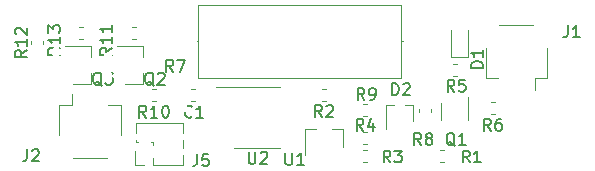
<source format=gbr>
%TF.GenerationSoftware,KiCad,Pcbnew,(5.1.10-1-10_14)*%
%TF.CreationDate,2023-04-11T22:44:58+12:00*%
%TF.ProjectId,BMSladder,424d536c-6164-4646-9572-2e6b69636164,rev?*%
%TF.SameCoordinates,Original*%
%TF.FileFunction,Legend,Top*%
%TF.FilePolarity,Positive*%
%FSLAX46Y46*%
G04 Gerber Fmt 4.6, Leading zero omitted, Abs format (unit mm)*
G04 Created by KiCad (PCBNEW (5.1.10-1-10_14)) date 2023-04-11 22:44:58*
%MOMM*%
%LPD*%
G01*
G04 APERTURE LIST*
%ADD10C,0.120000*%
%ADD11C,0.150000*%
%ADD12C,0.300000*%
%ADD13O,1.200000X1.750000*%
%ADD14O,1.000000X1.000000*%
%ADD15R,1.000000X1.000000*%
%ADD16O,2.400000X2.400000*%
%ADD17C,2.400000*%
%ADD18O,2.500000X5.000000*%
%ADD19R,0.800000X0.900000*%
%ADD20R,0.900000X0.800000*%
%ADD21R,0.400000X0.650000*%
%ADD22R,0.450000X0.700000*%
%ADD23C,0.800000*%
G04 APERTURE END LIST*
D10*
%TO.C,J2*%
X23990000Y-29415000D02*
X23990000Y-26915000D01*
X23990000Y-26915000D02*
X25040000Y-26915000D01*
X25040000Y-26915000D02*
X25040000Y-25925000D01*
X29210000Y-29415000D02*
X29210000Y-26915000D01*
X29210000Y-26915000D02*
X28160000Y-26915000D01*
X25160000Y-31385000D02*
X28040000Y-31385000D01*
%TO.C,J1*%
X65310000Y-22085000D02*
X65310000Y-24585000D01*
X65310000Y-24585000D02*
X64260000Y-24585000D01*
X64260000Y-24585000D02*
X64260000Y-25575000D01*
X60090000Y-22085000D02*
X60090000Y-24585000D01*
X60090000Y-24585000D02*
X61140000Y-24585000D01*
X64140000Y-20115000D02*
X61260000Y-20115000D01*
%TO.C,D1*%
X57165000Y-20500000D02*
X57165000Y-22785000D01*
X57165000Y-22785000D02*
X58635000Y-22785000D01*
X58635000Y-22785000D02*
X58635000Y-20500000D01*
%TO.C,R3*%
X50062779Y-31710000D02*
X49737221Y-31710000D01*
X50062779Y-30690000D02*
X49737221Y-30690000D01*
%TO.C,U2*%
X40700000Y-30510000D02*
X42650000Y-30510000D01*
X40700000Y-30510000D02*
X38750000Y-30510000D01*
X40700000Y-25390000D02*
X42650000Y-25390000D01*
X40700000Y-25390000D02*
X37250000Y-25390000D01*
%TO.C,J5*%
X30440000Y-31930000D02*
X30440000Y-30800000D01*
X31200000Y-31930000D02*
X30440000Y-31930000D01*
X30505000Y-29222470D02*
X30505000Y-28400000D01*
X30505000Y-30040000D02*
X30505000Y-29837530D01*
X30636529Y-30040000D02*
X30505000Y-30040000D01*
X31906529Y-30040000D02*
X31763471Y-30040000D01*
X31960000Y-30236529D02*
X31960000Y-30093471D01*
X31960000Y-31930000D02*
X31960000Y-31363471D01*
X30505000Y-28400000D02*
X34435000Y-28400000D01*
X31960000Y-31930000D02*
X34435000Y-31930000D01*
X34435000Y-30492470D02*
X34435000Y-29837530D01*
X34435000Y-29222470D02*
X34435000Y-28400000D01*
X34435000Y-31930000D02*
X34435000Y-31107530D01*
%TO.C,R7*%
X52960000Y-24620000D02*
X52960000Y-18380000D01*
X52960000Y-18380000D02*
X35720000Y-18380000D01*
X35720000Y-18380000D02*
X35720000Y-24620000D01*
X35720000Y-24620000D02*
X52960000Y-24620000D01*
X53060000Y-21500000D02*
X52960000Y-21500000D01*
X35620000Y-21500000D02*
X35720000Y-21500000D01*
%TO.C,U1*%
X47980000Y-28940000D02*
X47050000Y-28940000D01*
X44820000Y-28940000D02*
X45750000Y-28940000D01*
X44820000Y-28940000D02*
X44820000Y-31100000D01*
X47980000Y-28940000D02*
X47980000Y-30400000D01*
%TO.C,R13*%
X25637221Y-20290000D02*
X25962779Y-20290000D01*
X25637221Y-21310000D02*
X25962779Y-21310000D01*
%TO.C,R12*%
X21590000Y-21762779D02*
X21590000Y-21437221D01*
X22610000Y-21762779D02*
X22610000Y-21437221D01*
%TO.C,R11*%
X30462779Y-21310000D02*
X30137221Y-21310000D01*
X30462779Y-20290000D02*
X30137221Y-20290000D01*
%TO.C,R10*%
X32162779Y-26510000D02*
X31837221Y-26510000D01*
X32162779Y-25490000D02*
X31837221Y-25490000D01*
%TO.C,R9*%
X50062779Y-27810000D02*
X49737221Y-27810000D01*
X50062779Y-26790000D02*
X49737221Y-26790000D01*
%TO.C,R8*%
X55460000Y-27187221D02*
X55460000Y-27512779D01*
X54440000Y-27187221D02*
X54440000Y-27512779D01*
%TO.C,R6*%
X60537221Y-26590000D02*
X60862779Y-26590000D01*
X60537221Y-27610000D02*
X60862779Y-27610000D01*
%TO.C,R5*%
X57349721Y-23390000D02*
X57675279Y-23390000D01*
X57349721Y-24410000D02*
X57675279Y-24410000D01*
%TO.C,R4*%
X49737221Y-29190000D02*
X50062779Y-29190000D01*
X49737221Y-30210000D02*
X50062779Y-30210000D01*
%TO.C,R2*%
X46562779Y-26510000D02*
X46237221Y-26510000D01*
X46562779Y-25490000D02*
X46237221Y-25490000D01*
%TO.C,R1*%
X56562779Y-31710000D02*
X56237221Y-31710000D01*
X56562779Y-30690000D02*
X56237221Y-30690000D01*
%TO.C,Q3*%
X26660000Y-25080000D02*
X26660000Y-24150000D01*
X26660000Y-21920000D02*
X26660000Y-22850000D01*
X26660000Y-21920000D02*
X24500000Y-21920000D01*
X26660000Y-25080000D02*
X25200000Y-25080000D01*
%TO.C,Q2*%
X31060000Y-25080000D02*
X31060000Y-24150000D01*
X31060000Y-21920000D02*
X31060000Y-22850000D01*
X31060000Y-21920000D02*
X28900000Y-21920000D01*
X31060000Y-25080000D02*
X29600000Y-25080000D01*
%TO.C,Q1*%
X58610000Y-28150000D02*
X58610000Y-26250000D01*
X56290000Y-26750000D02*
X56290000Y-28150000D01*
%TO.C,D2*%
X53300000Y-26870000D02*
X53960000Y-26870000D01*
X51640000Y-26870000D02*
X52300000Y-26870000D01*
X51640000Y-26870000D02*
X51640000Y-28900000D01*
X53960000Y-28280000D02*
X53960000Y-26870000D01*
%TO.C,C1*%
X35462779Y-26510000D02*
X35137221Y-26510000D01*
X35462779Y-25490000D02*
X35137221Y-25490000D01*
%TO.C,J2*%
D11*
X21266666Y-30652380D02*
X21266666Y-31366666D01*
X21219047Y-31509523D01*
X21123809Y-31604761D01*
X20980952Y-31652380D01*
X20885714Y-31652380D01*
X21695238Y-30747619D02*
X21742857Y-30700000D01*
X21838095Y-30652380D01*
X22076190Y-30652380D01*
X22171428Y-30700000D01*
X22219047Y-30747619D01*
X22266666Y-30842857D01*
X22266666Y-30938095D01*
X22219047Y-31080952D01*
X21647619Y-31652380D01*
X22266666Y-31652380D01*
%TO.C,J1*%
X67066666Y-20152380D02*
X67066666Y-20866666D01*
X67019047Y-21009523D01*
X66923809Y-21104761D01*
X66780952Y-21152380D01*
X66685714Y-21152380D01*
X68066666Y-21152380D02*
X67495238Y-21152380D01*
X67780952Y-21152380D02*
X67780952Y-20152380D01*
X67685714Y-20295238D01*
X67590476Y-20390476D01*
X67495238Y-20438095D01*
%TO.C,D1*%
X59852380Y-23738095D02*
X58852380Y-23738095D01*
X58852380Y-23500000D01*
X58900000Y-23357142D01*
X58995238Y-23261904D01*
X59090476Y-23214285D01*
X59280952Y-23166666D01*
X59423809Y-23166666D01*
X59614285Y-23214285D01*
X59709523Y-23261904D01*
X59804761Y-23357142D01*
X59852380Y-23500000D01*
X59852380Y-23738095D01*
X59852380Y-22214285D02*
X59852380Y-22785714D01*
X59852380Y-22500000D02*
X58852380Y-22500000D01*
X58995238Y-22595238D01*
X59090476Y-22690476D01*
X59138095Y-22785714D01*
%TO.C,R3*%
X52033333Y-31752380D02*
X51700000Y-31276190D01*
X51461904Y-31752380D02*
X51461904Y-30752380D01*
X51842857Y-30752380D01*
X51938095Y-30800000D01*
X51985714Y-30847619D01*
X52033333Y-30942857D01*
X52033333Y-31085714D01*
X51985714Y-31180952D01*
X51938095Y-31228571D01*
X51842857Y-31276190D01*
X51461904Y-31276190D01*
X52366666Y-30752380D02*
X52985714Y-30752380D01*
X52652380Y-31133333D01*
X52795238Y-31133333D01*
X52890476Y-31180952D01*
X52938095Y-31228571D01*
X52985714Y-31323809D01*
X52985714Y-31561904D01*
X52938095Y-31657142D01*
X52890476Y-31704761D01*
X52795238Y-31752380D01*
X52509523Y-31752380D01*
X52414285Y-31704761D01*
X52366666Y-31657142D01*
%TO.C,U2*%
X40038095Y-30852380D02*
X40038095Y-31661904D01*
X40085714Y-31757142D01*
X40133333Y-31804761D01*
X40228571Y-31852380D01*
X40419047Y-31852380D01*
X40514285Y-31804761D01*
X40561904Y-31757142D01*
X40609523Y-31661904D01*
X40609523Y-30852380D01*
X41038095Y-30947619D02*
X41085714Y-30900000D01*
X41180952Y-30852380D01*
X41419047Y-30852380D01*
X41514285Y-30900000D01*
X41561904Y-30947619D01*
X41609523Y-31042857D01*
X41609523Y-31138095D01*
X41561904Y-31280952D01*
X40990476Y-31852380D01*
X41609523Y-31852380D01*
%TO.C,J5*%
X35666666Y-31052380D02*
X35666666Y-31766666D01*
X35619047Y-31909523D01*
X35523809Y-32004761D01*
X35380952Y-32052380D01*
X35285714Y-32052380D01*
X36619047Y-31052380D02*
X36142857Y-31052380D01*
X36095238Y-31528571D01*
X36142857Y-31480952D01*
X36238095Y-31433333D01*
X36476190Y-31433333D01*
X36571428Y-31480952D01*
X36619047Y-31528571D01*
X36666666Y-31623809D01*
X36666666Y-31861904D01*
X36619047Y-31957142D01*
X36571428Y-32004761D01*
X36476190Y-32052380D01*
X36238095Y-32052380D01*
X36142857Y-32004761D01*
X36095238Y-31957142D01*
%TO.C,R7*%
X33633333Y-24052380D02*
X33300000Y-23576190D01*
X33061904Y-24052380D02*
X33061904Y-23052380D01*
X33442857Y-23052380D01*
X33538095Y-23100000D01*
X33585714Y-23147619D01*
X33633333Y-23242857D01*
X33633333Y-23385714D01*
X33585714Y-23480952D01*
X33538095Y-23528571D01*
X33442857Y-23576190D01*
X33061904Y-23576190D01*
X33966666Y-23052380D02*
X34633333Y-23052380D01*
X34204761Y-24052380D01*
%TO.C,U1*%
X43138095Y-30952380D02*
X43138095Y-31761904D01*
X43185714Y-31857142D01*
X43233333Y-31904761D01*
X43328571Y-31952380D01*
X43519047Y-31952380D01*
X43614285Y-31904761D01*
X43661904Y-31857142D01*
X43709523Y-31761904D01*
X43709523Y-30952380D01*
X44709523Y-31952380D02*
X44138095Y-31952380D01*
X44423809Y-31952380D02*
X44423809Y-30952380D01*
X44328571Y-31095238D01*
X44233333Y-31190476D01*
X44138095Y-31238095D01*
%TO.C,R13*%
X24052380Y-22042857D02*
X23576190Y-22376190D01*
X24052380Y-22614285D02*
X23052380Y-22614285D01*
X23052380Y-22233333D01*
X23100000Y-22138095D01*
X23147619Y-22090476D01*
X23242857Y-22042857D01*
X23385714Y-22042857D01*
X23480952Y-22090476D01*
X23528571Y-22138095D01*
X23576190Y-22233333D01*
X23576190Y-22614285D01*
X24052380Y-21090476D02*
X24052380Y-21661904D01*
X24052380Y-21376190D02*
X23052380Y-21376190D01*
X23195238Y-21471428D01*
X23290476Y-21566666D01*
X23338095Y-21661904D01*
X23052380Y-20757142D02*
X23052380Y-20138095D01*
X23433333Y-20471428D01*
X23433333Y-20328571D01*
X23480952Y-20233333D01*
X23528571Y-20185714D01*
X23623809Y-20138095D01*
X23861904Y-20138095D01*
X23957142Y-20185714D01*
X24004761Y-20233333D01*
X24052380Y-20328571D01*
X24052380Y-20614285D01*
X24004761Y-20709523D01*
X23957142Y-20757142D01*
%TO.C,R12*%
X21252380Y-22242857D02*
X20776190Y-22576190D01*
X21252380Y-22814285D02*
X20252380Y-22814285D01*
X20252380Y-22433333D01*
X20300000Y-22338095D01*
X20347619Y-22290476D01*
X20442857Y-22242857D01*
X20585714Y-22242857D01*
X20680952Y-22290476D01*
X20728571Y-22338095D01*
X20776190Y-22433333D01*
X20776190Y-22814285D01*
X21252380Y-21290476D02*
X21252380Y-21861904D01*
X21252380Y-21576190D02*
X20252380Y-21576190D01*
X20395238Y-21671428D01*
X20490476Y-21766666D01*
X20538095Y-21861904D01*
X20347619Y-20909523D02*
X20300000Y-20861904D01*
X20252380Y-20766666D01*
X20252380Y-20528571D01*
X20300000Y-20433333D01*
X20347619Y-20385714D01*
X20442857Y-20338095D01*
X20538095Y-20338095D01*
X20680952Y-20385714D01*
X21252380Y-20957142D01*
X21252380Y-20338095D01*
%TO.C,R11*%
X28452380Y-22042857D02*
X27976190Y-22376190D01*
X28452380Y-22614285D02*
X27452380Y-22614285D01*
X27452380Y-22233333D01*
X27500000Y-22138095D01*
X27547619Y-22090476D01*
X27642857Y-22042857D01*
X27785714Y-22042857D01*
X27880952Y-22090476D01*
X27928571Y-22138095D01*
X27976190Y-22233333D01*
X27976190Y-22614285D01*
X28452380Y-21090476D02*
X28452380Y-21661904D01*
X28452380Y-21376190D02*
X27452380Y-21376190D01*
X27595238Y-21471428D01*
X27690476Y-21566666D01*
X27738095Y-21661904D01*
X28452380Y-20138095D02*
X28452380Y-20709523D01*
X28452380Y-20423809D02*
X27452380Y-20423809D01*
X27595238Y-20519047D01*
X27690476Y-20614285D01*
X27738095Y-20709523D01*
%TO.C,R10*%
X31357142Y-27952380D02*
X31023809Y-27476190D01*
X30785714Y-27952380D02*
X30785714Y-26952380D01*
X31166666Y-26952380D01*
X31261904Y-27000000D01*
X31309523Y-27047619D01*
X31357142Y-27142857D01*
X31357142Y-27285714D01*
X31309523Y-27380952D01*
X31261904Y-27428571D01*
X31166666Y-27476190D01*
X30785714Y-27476190D01*
X32309523Y-27952380D02*
X31738095Y-27952380D01*
X32023809Y-27952380D02*
X32023809Y-26952380D01*
X31928571Y-27095238D01*
X31833333Y-27190476D01*
X31738095Y-27238095D01*
X32928571Y-26952380D02*
X33023809Y-26952380D01*
X33119047Y-27000000D01*
X33166666Y-27047619D01*
X33214285Y-27142857D01*
X33261904Y-27333333D01*
X33261904Y-27571428D01*
X33214285Y-27761904D01*
X33166666Y-27857142D01*
X33119047Y-27904761D01*
X33023809Y-27952380D01*
X32928571Y-27952380D01*
X32833333Y-27904761D01*
X32785714Y-27857142D01*
X32738095Y-27761904D01*
X32690476Y-27571428D01*
X32690476Y-27333333D01*
X32738095Y-27142857D01*
X32785714Y-27047619D01*
X32833333Y-27000000D01*
X32928571Y-26952380D01*
%TO.C,R9*%
X49833333Y-26452380D02*
X49500000Y-25976190D01*
X49261904Y-26452380D02*
X49261904Y-25452380D01*
X49642857Y-25452380D01*
X49738095Y-25500000D01*
X49785714Y-25547619D01*
X49833333Y-25642857D01*
X49833333Y-25785714D01*
X49785714Y-25880952D01*
X49738095Y-25928571D01*
X49642857Y-25976190D01*
X49261904Y-25976190D01*
X50309523Y-26452380D02*
X50500000Y-26452380D01*
X50595238Y-26404761D01*
X50642857Y-26357142D01*
X50738095Y-26214285D01*
X50785714Y-26023809D01*
X50785714Y-25642857D01*
X50738095Y-25547619D01*
X50690476Y-25500000D01*
X50595238Y-25452380D01*
X50404761Y-25452380D01*
X50309523Y-25500000D01*
X50261904Y-25547619D01*
X50214285Y-25642857D01*
X50214285Y-25880952D01*
X50261904Y-25976190D01*
X50309523Y-26023809D01*
X50404761Y-26071428D01*
X50595238Y-26071428D01*
X50690476Y-26023809D01*
X50738095Y-25976190D01*
X50785714Y-25880952D01*
%TO.C,R8*%
X54633333Y-30252380D02*
X54300000Y-29776190D01*
X54061904Y-30252380D02*
X54061904Y-29252380D01*
X54442857Y-29252380D01*
X54538095Y-29300000D01*
X54585714Y-29347619D01*
X54633333Y-29442857D01*
X54633333Y-29585714D01*
X54585714Y-29680952D01*
X54538095Y-29728571D01*
X54442857Y-29776190D01*
X54061904Y-29776190D01*
X55204761Y-29680952D02*
X55109523Y-29633333D01*
X55061904Y-29585714D01*
X55014285Y-29490476D01*
X55014285Y-29442857D01*
X55061904Y-29347619D01*
X55109523Y-29300000D01*
X55204761Y-29252380D01*
X55395238Y-29252380D01*
X55490476Y-29300000D01*
X55538095Y-29347619D01*
X55585714Y-29442857D01*
X55585714Y-29490476D01*
X55538095Y-29585714D01*
X55490476Y-29633333D01*
X55395238Y-29680952D01*
X55204761Y-29680952D01*
X55109523Y-29728571D01*
X55061904Y-29776190D01*
X55014285Y-29871428D01*
X55014285Y-30061904D01*
X55061904Y-30157142D01*
X55109523Y-30204761D01*
X55204761Y-30252380D01*
X55395238Y-30252380D01*
X55490476Y-30204761D01*
X55538095Y-30157142D01*
X55585714Y-30061904D01*
X55585714Y-29871428D01*
X55538095Y-29776190D01*
X55490476Y-29728571D01*
X55395238Y-29680952D01*
%TO.C,R6*%
X60533333Y-29052380D02*
X60200000Y-28576190D01*
X59961904Y-29052380D02*
X59961904Y-28052380D01*
X60342857Y-28052380D01*
X60438095Y-28100000D01*
X60485714Y-28147619D01*
X60533333Y-28242857D01*
X60533333Y-28385714D01*
X60485714Y-28480952D01*
X60438095Y-28528571D01*
X60342857Y-28576190D01*
X59961904Y-28576190D01*
X61390476Y-28052380D02*
X61200000Y-28052380D01*
X61104761Y-28100000D01*
X61057142Y-28147619D01*
X60961904Y-28290476D01*
X60914285Y-28480952D01*
X60914285Y-28861904D01*
X60961904Y-28957142D01*
X61009523Y-29004761D01*
X61104761Y-29052380D01*
X61295238Y-29052380D01*
X61390476Y-29004761D01*
X61438095Y-28957142D01*
X61485714Y-28861904D01*
X61485714Y-28623809D01*
X61438095Y-28528571D01*
X61390476Y-28480952D01*
X61295238Y-28433333D01*
X61104761Y-28433333D01*
X61009523Y-28480952D01*
X60961904Y-28528571D01*
X60914285Y-28623809D01*
%TO.C,R5*%
X57445833Y-25752380D02*
X57112500Y-25276190D01*
X56874404Y-25752380D02*
X56874404Y-24752380D01*
X57255357Y-24752380D01*
X57350595Y-24800000D01*
X57398214Y-24847619D01*
X57445833Y-24942857D01*
X57445833Y-25085714D01*
X57398214Y-25180952D01*
X57350595Y-25228571D01*
X57255357Y-25276190D01*
X56874404Y-25276190D01*
X58350595Y-24752380D02*
X57874404Y-24752380D01*
X57826785Y-25228571D01*
X57874404Y-25180952D01*
X57969642Y-25133333D01*
X58207738Y-25133333D01*
X58302976Y-25180952D01*
X58350595Y-25228571D01*
X58398214Y-25323809D01*
X58398214Y-25561904D01*
X58350595Y-25657142D01*
X58302976Y-25704761D01*
X58207738Y-25752380D01*
X57969642Y-25752380D01*
X57874404Y-25704761D01*
X57826785Y-25657142D01*
%TO.C,R4*%
X49733333Y-29052380D02*
X49400000Y-28576190D01*
X49161904Y-29052380D02*
X49161904Y-28052380D01*
X49542857Y-28052380D01*
X49638095Y-28100000D01*
X49685714Y-28147619D01*
X49733333Y-28242857D01*
X49733333Y-28385714D01*
X49685714Y-28480952D01*
X49638095Y-28528571D01*
X49542857Y-28576190D01*
X49161904Y-28576190D01*
X50590476Y-28385714D02*
X50590476Y-29052380D01*
X50352380Y-28004761D02*
X50114285Y-28719047D01*
X50733333Y-28719047D01*
%TO.C,R2*%
X46233333Y-27882380D02*
X45900000Y-27406190D01*
X45661904Y-27882380D02*
X45661904Y-26882380D01*
X46042857Y-26882380D01*
X46138095Y-26930000D01*
X46185714Y-26977619D01*
X46233333Y-27072857D01*
X46233333Y-27215714D01*
X46185714Y-27310952D01*
X46138095Y-27358571D01*
X46042857Y-27406190D01*
X45661904Y-27406190D01*
X46614285Y-26977619D02*
X46661904Y-26930000D01*
X46757142Y-26882380D01*
X46995238Y-26882380D01*
X47090476Y-26930000D01*
X47138095Y-26977619D01*
X47185714Y-27072857D01*
X47185714Y-27168095D01*
X47138095Y-27310952D01*
X46566666Y-27882380D01*
X47185714Y-27882380D01*
%TO.C,R1*%
X58733333Y-31752380D02*
X58400000Y-31276190D01*
X58161904Y-31752380D02*
X58161904Y-30752380D01*
X58542857Y-30752380D01*
X58638095Y-30800000D01*
X58685714Y-30847619D01*
X58733333Y-30942857D01*
X58733333Y-31085714D01*
X58685714Y-31180952D01*
X58638095Y-31228571D01*
X58542857Y-31276190D01*
X58161904Y-31276190D01*
X59685714Y-31752380D02*
X59114285Y-31752380D01*
X59400000Y-31752380D02*
X59400000Y-30752380D01*
X59304761Y-30895238D01*
X59209523Y-30990476D01*
X59114285Y-31038095D01*
%TO.C,Q3*%
X27604761Y-25247619D02*
X27509523Y-25200000D01*
X27414285Y-25104761D01*
X27271428Y-24961904D01*
X27176190Y-24914285D01*
X27080952Y-24914285D01*
X27128571Y-25152380D02*
X27033333Y-25104761D01*
X26938095Y-25009523D01*
X26890476Y-24819047D01*
X26890476Y-24485714D01*
X26938095Y-24295238D01*
X27033333Y-24200000D01*
X27128571Y-24152380D01*
X27319047Y-24152380D01*
X27414285Y-24200000D01*
X27509523Y-24295238D01*
X27557142Y-24485714D01*
X27557142Y-24819047D01*
X27509523Y-25009523D01*
X27414285Y-25104761D01*
X27319047Y-25152380D01*
X27128571Y-25152380D01*
X27890476Y-24152380D02*
X28509523Y-24152380D01*
X28176190Y-24533333D01*
X28319047Y-24533333D01*
X28414285Y-24580952D01*
X28461904Y-24628571D01*
X28509523Y-24723809D01*
X28509523Y-24961904D01*
X28461904Y-25057142D01*
X28414285Y-25104761D01*
X28319047Y-25152380D01*
X28033333Y-25152380D01*
X27938095Y-25104761D01*
X27890476Y-25057142D01*
%TO.C,Q2*%
X32004761Y-25247619D02*
X31909523Y-25200000D01*
X31814285Y-25104761D01*
X31671428Y-24961904D01*
X31576190Y-24914285D01*
X31480952Y-24914285D01*
X31528571Y-25152380D02*
X31433333Y-25104761D01*
X31338095Y-25009523D01*
X31290476Y-24819047D01*
X31290476Y-24485714D01*
X31338095Y-24295238D01*
X31433333Y-24200000D01*
X31528571Y-24152380D01*
X31719047Y-24152380D01*
X31814285Y-24200000D01*
X31909523Y-24295238D01*
X31957142Y-24485714D01*
X31957142Y-24819047D01*
X31909523Y-25009523D01*
X31814285Y-25104761D01*
X31719047Y-25152380D01*
X31528571Y-25152380D01*
X32338095Y-24247619D02*
X32385714Y-24200000D01*
X32480952Y-24152380D01*
X32719047Y-24152380D01*
X32814285Y-24200000D01*
X32861904Y-24247619D01*
X32909523Y-24342857D01*
X32909523Y-24438095D01*
X32861904Y-24580952D01*
X32290476Y-25152380D01*
X32909523Y-25152380D01*
%TO.C,Q1*%
X57504761Y-30347619D02*
X57409523Y-30300000D01*
X57314285Y-30204761D01*
X57171428Y-30061904D01*
X57076190Y-30014285D01*
X56980952Y-30014285D01*
X57028571Y-30252380D02*
X56933333Y-30204761D01*
X56838095Y-30109523D01*
X56790476Y-29919047D01*
X56790476Y-29585714D01*
X56838095Y-29395238D01*
X56933333Y-29300000D01*
X57028571Y-29252380D01*
X57219047Y-29252380D01*
X57314285Y-29300000D01*
X57409523Y-29395238D01*
X57457142Y-29585714D01*
X57457142Y-29919047D01*
X57409523Y-30109523D01*
X57314285Y-30204761D01*
X57219047Y-30252380D01*
X57028571Y-30252380D01*
X58409523Y-30252380D02*
X57838095Y-30252380D01*
X58123809Y-30252380D02*
X58123809Y-29252380D01*
X58028571Y-29395238D01*
X57933333Y-29490476D01*
X57838095Y-29538095D01*
%TO.C,D2*%
X52161904Y-26052380D02*
X52161904Y-25052380D01*
X52400000Y-25052380D01*
X52542857Y-25100000D01*
X52638095Y-25195238D01*
X52685714Y-25290476D01*
X52733333Y-25480952D01*
X52733333Y-25623809D01*
X52685714Y-25814285D01*
X52638095Y-25909523D01*
X52542857Y-26004761D01*
X52400000Y-26052380D01*
X52161904Y-26052380D01*
X53114285Y-25147619D02*
X53161904Y-25100000D01*
X53257142Y-25052380D01*
X53495238Y-25052380D01*
X53590476Y-25100000D01*
X53638095Y-25147619D01*
X53685714Y-25242857D01*
X53685714Y-25338095D01*
X53638095Y-25480952D01*
X53066666Y-26052380D01*
X53685714Y-26052380D01*
%TO.C,C1*%
X35233333Y-27857142D02*
X35185714Y-27904761D01*
X35042857Y-27952380D01*
X34947619Y-27952380D01*
X34804761Y-27904761D01*
X34709523Y-27809523D01*
X34661904Y-27714285D01*
X34614285Y-27523809D01*
X34614285Y-27380952D01*
X34661904Y-27190476D01*
X34709523Y-27095238D01*
X34804761Y-27000000D01*
X34947619Y-26952380D01*
X35042857Y-26952380D01*
X35185714Y-27000000D01*
X35233333Y-27047619D01*
X36185714Y-27952380D02*
X35614285Y-27952380D01*
X35900000Y-27952380D02*
X35900000Y-26952380D01*
X35804761Y-27095238D01*
X35709523Y-27190476D01*
X35614285Y-27238095D01*
%TD*%
%LPC*%
D12*
X66900000Y-30300000D02*
X66900000Y-31500000D01*
X66300000Y-30900000D02*
X67500000Y-30900000D01*
D13*
%TO.C,J4*%
X27700000Y-28800000D03*
G36*
G01*
X25100000Y-29425001D02*
X25100000Y-28174999D01*
G75*
G02*
X25349999Y-27925000I249999J0D01*
G01*
X26050001Y-27925000D01*
G75*
G02*
X26300000Y-28174999I0J-249999D01*
G01*
X26300000Y-29425001D01*
G75*
G02*
X26050001Y-29675000I-249999J0D01*
G01*
X25349999Y-29675000D01*
G75*
G02*
X25100000Y-29425001I0J249999D01*
G01*
G37*
%TD*%
%TO.C,J3*%
X61600000Y-22700000D03*
G36*
G01*
X64200000Y-22074999D02*
X64200000Y-23325001D01*
G75*
G02*
X63950001Y-23575000I-249999J0D01*
G01*
X63249999Y-23575000D01*
G75*
G02*
X63000000Y-23325001I0J249999D01*
G01*
X63000000Y-22074999D01*
G75*
G02*
X63249999Y-21825000I249999J0D01*
G01*
X63950001Y-21825000D01*
G75*
G02*
X64200000Y-22074999I0J-249999D01*
G01*
G37*
%TD*%
%TO.C,J2*%
G36*
G01*
X28300000Y-31225001D02*
X28300000Y-29924999D01*
G75*
G02*
X28549999Y-29675000I249999J0D01*
G01*
X29250001Y-29675000D01*
G75*
G02*
X29500000Y-29924999I0J-249999D01*
G01*
X29500000Y-31225001D01*
G75*
G02*
X29250001Y-31475000I-249999J0D01*
G01*
X28549999Y-31475000D01*
G75*
G02*
X28300000Y-31225001I0J249999D01*
G01*
G37*
G36*
G01*
X23700000Y-31225001D02*
X23700000Y-29924999D01*
G75*
G02*
X23949999Y-29675000I249999J0D01*
G01*
X24650001Y-29675000D01*
G75*
G02*
X24900000Y-29924999I0J-249999D01*
G01*
X24900000Y-31225001D01*
G75*
G02*
X24650001Y-31475000I-249999J0D01*
G01*
X23949999Y-31475000D01*
G75*
G02*
X23700000Y-31225001I0J249999D01*
G01*
G37*
G36*
G01*
X27300000Y-27325000D02*
X27300000Y-26075000D01*
G75*
G02*
X27450000Y-25925000I150000J0D01*
G01*
X27750000Y-25925000D01*
G75*
G02*
X27900000Y-26075000I0J-150000D01*
G01*
X27900000Y-27325000D01*
G75*
G02*
X27750000Y-27475000I-150000J0D01*
G01*
X27450000Y-27475000D01*
G75*
G02*
X27300000Y-27325000I0J150000D01*
G01*
G37*
G36*
G01*
X26300000Y-27325000D02*
X26300000Y-26075000D01*
G75*
G02*
X26450000Y-25925000I150000J0D01*
G01*
X26750000Y-25925000D01*
G75*
G02*
X26900000Y-26075000I0J-150000D01*
G01*
X26900000Y-27325000D01*
G75*
G02*
X26750000Y-27475000I-150000J0D01*
G01*
X26450000Y-27475000D01*
G75*
G02*
X26300000Y-27325000I0J150000D01*
G01*
G37*
G36*
G01*
X25300000Y-27325000D02*
X25300000Y-26075000D01*
G75*
G02*
X25450000Y-25925000I150000J0D01*
G01*
X25750000Y-25925000D01*
G75*
G02*
X25900000Y-26075000I0J-150000D01*
G01*
X25900000Y-27325000D01*
G75*
G02*
X25750000Y-27475000I-150000J0D01*
G01*
X25450000Y-27475000D01*
G75*
G02*
X25300000Y-27325000I0J150000D01*
G01*
G37*
%TD*%
%TO.C,J1*%
G36*
G01*
X61000000Y-20274999D02*
X61000000Y-21575001D01*
G75*
G02*
X60750001Y-21825000I-249999J0D01*
G01*
X60049999Y-21825000D01*
G75*
G02*
X59800000Y-21575001I0J249999D01*
G01*
X59800000Y-20274999D01*
G75*
G02*
X60049999Y-20025000I249999J0D01*
G01*
X60750001Y-20025000D01*
G75*
G02*
X61000000Y-20274999I0J-249999D01*
G01*
G37*
G36*
G01*
X65600000Y-20274999D02*
X65600000Y-21575001D01*
G75*
G02*
X65350001Y-21825000I-249999J0D01*
G01*
X64649999Y-21825000D01*
G75*
G02*
X64400000Y-21575001I0J249999D01*
G01*
X64400000Y-20274999D01*
G75*
G02*
X64649999Y-20025000I249999J0D01*
G01*
X65350001Y-20025000D01*
G75*
G02*
X65600000Y-20274999I0J-249999D01*
G01*
G37*
G36*
G01*
X62000000Y-24175000D02*
X62000000Y-25425000D01*
G75*
G02*
X61850000Y-25575000I-150000J0D01*
G01*
X61550000Y-25575000D01*
G75*
G02*
X61400000Y-25425000I0J150000D01*
G01*
X61400000Y-24175000D01*
G75*
G02*
X61550000Y-24025000I150000J0D01*
G01*
X61850000Y-24025000D01*
G75*
G02*
X62000000Y-24175000I0J-150000D01*
G01*
G37*
G36*
G01*
X63000000Y-24175000D02*
X63000000Y-25425000D01*
G75*
G02*
X62850000Y-25575000I-150000J0D01*
G01*
X62550000Y-25575000D01*
G75*
G02*
X62400000Y-25425000I0J150000D01*
G01*
X62400000Y-24175000D01*
G75*
G02*
X62550000Y-24025000I150000J0D01*
G01*
X62850000Y-24025000D01*
G75*
G02*
X63000000Y-24175000I0J-150000D01*
G01*
G37*
G36*
G01*
X64000000Y-24175000D02*
X64000000Y-25425000D01*
G75*
G02*
X63850000Y-25575000I-150000J0D01*
G01*
X63550000Y-25575000D01*
G75*
G02*
X63400000Y-25425000I0J150000D01*
G01*
X63400000Y-24175000D01*
G75*
G02*
X63550000Y-24025000I150000J0D01*
G01*
X63850000Y-24025000D01*
G75*
G02*
X64000000Y-24175000I0J-150000D01*
G01*
G37*
%TD*%
%TO.C,D1*%
G36*
G01*
X58156250Y-20950000D02*
X57643750Y-20950000D01*
G75*
G02*
X57425000Y-20731250I0J218750D01*
G01*
X57425000Y-20293750D01*
G75*
G02*
X57643750Y-20075000I218750J0D01*
G01*
X58156250Y-20075000D01*
G75*
G02*
X58375000Y-20293750I0J-218750D01*
G01*
X58375000Y-20731250D01*
G75*
G02*
X58156250Y-20950000I-218750J0D01*
G01*
G37*
G36*
G01*
X58156250Y-22525000D02*
X57643750Y-22525000D01*
G75*
G02*
X57425000Y-22306250I0J218750D01*
G01*
X57425000Y-21868750D01*
G75*
G02*
X57643750Y-21650000I218750J0D01*
G01*
X58156250Y-21650000D01*
G75*
G02*
X58375000Y-21868750I0J-218750D01*
G01*
X58375000Y-22306250D01*
G75*
G02*
X58156250Y-22525000I-218750J0D01*
G01*
G37*
%TD*%
%TO.C,R3*%
G36*
G01*
X49550000Y-30943750D02*
X49550000Y-31456250D01*
G75*
G02*
X49331250Y-31675000I-218750J0D01*
G01*
X48893750Y-31675000D01*
G75*
G02*
X48675000Y-31456250I0J218750D01*
G01*
X48675000Y-30943750D01*
G75*
G02*
X48893750Y-30725000I218750J0D01*
G01*
X49331250Y-30725000D01*
G75*
G02*
X49550000Y-30943750I0J-218750D01*
G01*
G37*
G36*
G01*
X51125000Y-30943750D02*
X51125000Y-31456250D01*
G75*
G02*
X50906250Y-31675000I-218750J0D01*
G01*
X50468750Y-31675000D01*
G75*
G02*
X50250000Y-31456250I0J218750D01*
G01*
X50250000Y-30943750D01*
G75*
G02*
X50468750Y-30725000I218750J0D01*
G01*
X50906250Y-30725000D01*
G75*
G02*
X51125000Y-30943750I0J-218750D01*
G01*
G37*
%TD*%
%TO.C,U2*%
G36*
G01*
X42200000Y-26195000D02*
X42200000Y-25895000D01*
G75*
G02*
X42350000Y-25745000I150000J0D01*
G01*
X44000000Y-25745000D01*
G75*
G02*
X44150000Y-25895000I0J-150000D01*
G01*
X44150000Y-26195000D01*
G75*
G02*
X44000000Y-26345000I-150000J0D01*
G01*
X42350000Y-26345000D01*
G75*
G02*
X42200000Y-26195000I0J150000D01*
G01*
G37*
G36*
G01*
X42200000Y-27465000D02*
X42200000Y-27165000D01*
G75*
G02*
X42350000Y-27015000I150000J0D01*
G01*
X44000000Y-27015000D01*
G75*
G02*
X44150000Y-27165000I0J-150000D01*
G01*
X44150000Y-27465000D01*
G75*
G02*
X44000000Y-27615000I-150000J0D01*
G01*
X42350000Y-27615000D01*
G75*
G02*
X42200000Y-27465000I0J150000D01*
G01*
G37*
G36*
G01*
X42200000Y-28735000D02*
X42200000Y-28435000D01*
G75*
G02*
X42350000Y-28285000I150000J0D01*
G01*
X44000000Y-28285000D01*
G75*
G02*
X44150000Y-28435000I0J-150000D01*
G01*
X44150000Y-28735000D01*
G75*
G02*
X44000000Y-28885000I-150000J0D01*
G01*
X42350000Y-28885000D01*
G75*
G02*
X42200000Y-28735000I0J150000D01*
G01*
G37*
G36*
G01*
X42200000Y-30005000D02*
X42200000Y-29705000D01*
G75*
G02*
X42350000Y-29555000I150000J0D01*
G01*
X44000000Y-29555000D01*
G75*
G02*
X44150000Y-29705000I0J-150000D01*
G01*
X44150000Y-30005000D01*
G75*
G02*
X44000000Y-30155000I-150000J0D01*
G01*
X42350000Y-30155000D01*
G75*
G02*
X42200000Y-30005000I0J150000D01*
G01*
G37*
G36*
G01*
X37250000Y-30005000D02*
X37250000Y-29705000D01*
G75*
G02*
X37400000Y-29555000I150000J0D01*
G01*
X39050000Y-29555000D01*
G75*
G02*
X39200000Y-29705000I0J-150000D01*
G01*
X39200000Y-30005000D01*
G75*
G02*
X39050000Y-30155000I-150000J0D01*
G01*
X37400000Y-30155000D01*
G75*
G02*
X37250000Y-30005000I0J150000D01*
G01*
G37*
G36*
G01*
X37250000Y-28735000D02*
X37250000Y-28435000D01*
G75*
G02*
X37400000Y-28285000I150000J0D01*
G01*
X39050000Y-28285000D01*
G75*
G02*
X39200000Y-28435000I0J-150000D01*
G01*
X39200000Y-28735000D01*
G75*
G02*
X39050000Y-28885000I-150000J0D01*
G01*
X37400000Y-28885000D01*
G75*
G02*
X37250000Y-28735000I0J150000D01*
G01*
G37*
G36*
G01*
X37250000Y-27465000D02*
X37250000Y-27165000D01*
G75*
G02*
X37400000Y-27015000I150000J0D01*
G01*
X39050000Y-27015000D01*
G75*
G02*
X39200000Y-27165000I0J-150000D01*
G01*
X39200000Y-27465000D01*
G75*
G02*
X39050000Y-27615000I-150000J0D01*
G01*
X37400000Y-27615000D01*
G75*
G02*
X37250000Y-27465000I0J150000D01*
G01*
G37*
G36*
G01*
X37250000Y-26195000D02*
X37250000Y-25895000D01*
G75*
G02*
X37400000Y-25745000I150000J0D01*
G01*
X39050000Y-25745000D01*
G75*
G02*
X39200000Y-25895000I0J-150000D01*
G01*
X39200000Y-26195000D01*
G75*
G02*
X39050000Y-26345000I-150000J0D01*
G01*
X37400000Y-26345000D01*
G75*
G02*
X37250000Y-26195000I0J150000D01*
G01*
G37*
%TD*%
D14*
%TO.C,J5*%
X33740000Y-29530000D03*
X33740000Y-30800000D03*
X32470000Y-29530000D03*
X32470000Y-30800000D03*
X31200000Y-29530000D03*
D15*
X31200000Y-30800000D03*
%TD*%
D16*
%TO.C,R7*%
X33500000Y-21500000D03*
D17*
X55500000Y-21500000D03*
%TD*%
D18*
%TO.C,H2*%
X22000000Y-26000000D03*
%TD*%
%TO.C,H1*%
X67000000Y-26000000D03*
%TD*%
D19*
%TO.C,U1*%
X46400000Y-28700000D03*
X47350000Y-30700000D03*
X45450000Y-30700000D03*
%TD*%
%TO.C,R13*%
G36*
G01*
X26150000Y-21056250D02*
X26150000Y-20543750D01*
G75*
G02*
X26368750Y-20325000I218750J0D01*
G01*
X26806250Y-20325000D01*
G75*
G02*
X27025000Y-20543750I0J-218750D01*
G01*
X27025000Y-21056250D01*
G75*
G02*
X26806250Y-21275000I-218750J0D01*
G01*
X26368750Y-21275000D01*
G75*
G02*
X26150000Y-21056250I0J218750D01*
G01*
G37*
G36*
G01*
X24575000Y-21056250D02*
X24575000Y-20543750D01*
G75*
G02*
X24793750Y-20325000I218750J0D01*
G01*
X25231250Y-20325000D01*
G75*
G02*
X25450000Y-20543750I0J-218750D01*
G01*
X25450000Y-21056250D01*
G75*
G02*
X25231250Y-21275000I-218750J0D01*
G01*
X24793750Y-21275000D01*
G75*
G02*
X24575000Y-21056250I0J218750D01*
G01*
G37*
%TD*%
%TO.C,R12*%
G36*
G01*
X22356250Y-21250000D02*
X21843750Y-21250000D01*
G75*
G02*
X21625000Y-21031250I0J218750D01*
G01*
X21625000Y-20593750D01*
G75*
G02*
X21843750Y-20375000I218750J0D01*
G01*
X22356250Y-20375000D01*
G75*
G02*
X22575000Y-20593750I0J-218750D01*
G01*
X22575000Y-21031250D01*
G75*
G02*
X22356250Y-21250000I-218750J0D01*
G01*
G37*
G36*
G01*
X22356250Y-22825000D02*
X21843750Y-22825000D01*
G75*
G02*
X21625000Y-22606250I0J218750D01*
G01*
X21625000Y-22168750D01*
G75*
G02*
X21843750Y-21950000I218750J0D01*
G01*
X22356250Y-21950000D01*
G75*
G02*
X22575000Y-22168750I0J-218750D01*
G01*
X22575000Y-22606250D01*
G75*
G02*
X22356250Y-22825000I-218750J0D01*
G01*
G37*
%TD*%
%TO.C,R11*%
G36*
G01*
X29950000Y-20543750D02*
X29950000Y-21056250D01*
G75*
G02*
X29731250Y-21275000I-218750J0D01*
G01*
X29293750Y-21275000D01*
G75*
G02*
X29075000Y-21056250I0J218750D01*
G01*
X29075000Y-20543750D01*
G75*
G02*
X29293750Y-20325000I218750J0D01*
G01*
X29731250Y-20325000D01*
G75*
G02*
X29950000Y-20543750I0J-218750D01*
G01*
G37*
G36*
G01*
X31525000Y-20543750D02*
X31525000Y-21056250D01*
G75*
G02*
X31306250Y-21275000I-218750J0D01*
G01*
X30868750Y-21275000D01*
G75*
G02*
X30650000Y-21056250I0J218750D01*
G01*
X30650000Y-20543750D01*
G75*
G02*
X30868750Y-20325000I218750J0D01*
G01*
X31306250Y-20325000D01*
G75*
G02*
X31525000Y-20543750I0J-218750D01*
G01*
G37*
%TD*%
%TO.C,R10*%
G36*
G01*
X31650000Y-25743750D02*
X31650000Y-26256250D01*
G75*
G02*
X31431250Y-26475000I-218750J0D01*
G01*
X30993750Y-26475000D01*
G75*
G02*
X30775000Y-26256250I0J218750D01*
G01*
X30775000Y-25743750D01*
G75*
G02*
X30993750Y-25525000I218750J0D01*
G01*
X31431250Y-25525000D01*
G75*
G02*
X31650000Y-25743750I0J-218750D01*
G01*
G37*
G36*
G01*
X33225000Y-25743750D02*
X33225000Y-26256250D01*
G75*
G02*
X33006250Y-26475000I-218750J0D01*
G01*
X32568750Y-26475000D01*
G75*
G02*
X32350000Y-26256250I0J218750D01*
G01*
X32350000Y-25743750D01*
G75*
G02*
X32568750Y-25525000I218750J0D01*
G01*
X33006250Y-25525000D01*
G75*
G02*
X33225000Y-25743750I0J-218750D01*
G01*
G37*
%TD*%
%TO.C,R9*%
G36*
G01*
X49550000Y-27043750D02*
X49550000Y-27556250D01*
G75*
G02*
X49331250Y-27775000I-218750J0D01*
G01*
X48893750Y-27775000D01*
G75*
G02*
X48675000Y-27556250I0J218750D01*
G01*
X48675000Y-27043750D01*
G75*
G02*
X48893750Y-26825000I218750J0D01*
G01*
X49331250Y-26825000D01*
G75*
G02*
X49550000Y-27043750I0J-218750D01*
G01*
G37*
G36*
G01*
X51125000Y-27043750D02*
X51125000Y-27556250D01*
G75*
G02*
X50906250Y-27775000I-218750J0D01*
G01*
X50468750Y-27775000D01*
G75*
G02*
X50250000Y-27556250I0J218750D01*
G01*
X50250000Y-27043750D01*
G75*
G02*
X50468750Y-26825000I218750J0D01*
G01*
X50906250Y-26825000D01*
G75*
G02*
X51125000Y-27043750I0J-218750D01*
G01*
G37*
%TD*%
%TO.C,R8*%
G36*
G01*
X54693750Y-27700000D02*
X55206250Y-27700000D01*
G75*
G02*
X55425000Y-27918750I0J-218750D01*
G01*
X55425000Y-28356250D01*
G75*
G02*
X55206250Y-28575000I-218750J0D01*
G01*
X54693750Y-28575000D01*
G75*
G02*
X54475000Y-28356250I0J218750D01*
G01*
X54475000Y-27918750D01*
G75*
G02*
X54693750Y-27700000I218750J0D01*
G01*
G37*
G36*
G01*
X54693750Y-26125000D02*
X55206250Y-26125000D01*
G75*
G02*
X55425000Y-26343750I0J-218750D01*
G01*
X55425000Y-26781250D01*
G75*
G02*
X55206250Y-27000000I-218750J0D01*
G01*
X54693750Y-27000000D01*
G75*
G02*
X54475000Y-26781250I0J218750D01*
G01*
X54475000Y-26343750D01*
G75*
G02*
X54693750Y-26125000I218750J0D01*
G01*
G37*
%TD*%
%TO.C,R6*%
G36*
G01*
X61050000Y-27356250D02*
X61050000Y-26843750D01*
G75*
G02*
X61268750Y-26625000I218750J0D01*
G01*
X61706250Y-26625000D01*
G75*
G02*
X61925000Y-26843750I0J-218750D01*
G01*
X61925000Y-27356250D01*
G75*
G02*
X61706250Y-27575000I-218750J0D01*
G01*
X61268750Y-27575000D01*
G75*
G02*
X61050000Y-27356250I0J218750D01*
G01*
G37*
G36*
G01*
X59475000Y-27356250D02*
X59475000Y-26843750D01*
G75*
G02*
X59693750Y-26625000I218750J0D01*
G01*
X60131250Y-26625000D01*
G75*
G02*
X60350000Y-26843750I0J-218750D01*
G01*
X60350000Y-27356250D01*
G75*
G02*
X60131250Y-27575000I-218750J0D01*
G01*
X59693750Y-27575000D01*
G75*
G02*
X59475000Y-27356250I0J218750D01*
G01*
G37*
%TD*%
%TO.C,R5*%
G36*
G01*
X57862500Y-24156250D02*
X57862500Y-23643750D01*
G75*
G02*
X58081250Y-23425000I218750J0D01*
G01*
X58518750Y-23425000D01*
G75*
G02*
X58737500Y-23643750I0J-218750D01*
G01*
X58737500Y-24156250D01*
G75*
G02*
X58518750Y-24375000I-218750J0D01*
G01*
X58081250Y-24375000D01*
G75*
G02*
X57862500Y-24156250I0J218750D01*
G01*
G37*
G36*
G01*
X56287500Y-24156250D02*
X56287500Y-23643750D01*
G75*
G02*
X56506250Y-23425000I218750J0D01*
G01*
X56943750Y-23425000D01*
G75*
G02*
X57162500Y-23643750I0J-218750D01*
G01*
X57162500Y-24156250D01*
G75*
G02*
X56943750Y-24375000I-218750J0D01*
G01*
X56506250Y-24375000D01*
G75*
G02*
X56287500Y-24156250I0J218750D01*
G01*
G37*
%TD*%
%TO.C,R4*%
G36*
G01*
X50250000Y-29956250D02*
X50250000Y-29443750D01*
G75*
G02*
X50468750Y-29225000I218750J0D01*
G01*
X50906250Y-29225000D01*
G75*
G02*
X51125000Y-29443750I0J-218750D01*
G01*
X51125000Y-29956250D01*
G75*
G02*
X50906250Y-30175000I-218750J0D01*
G01*
X50468750Y-30175000D01*
G75*
G02*
X50250000Y-29956250I0J218750D01*
G01*
G37*
G36*
G01*
X48675000Y-29956250D02*
X48675000Y-29443750D01*
G75*
G02*
X48893750Y-29225000I218750J0D01*
G01*
X49331250Y-29225000D01*
G75*
G02*
X49550000Y-29443750I0J-218750D01*
G01*
X49550000Y-29956250D01*
G75*
G02*
X49331250Y-30175000I-218750J0D01*
G01*
X48893750Y-30175000D01*
G75*
G02*
X48675000Y-29956250I0J218750D01*
G01*
G37*
%TD*%
%TO.C,R2*%
G36*
G01*
X46050000Y-25743750D02*
X46050000Y-26256250D01*
G75*
G02*
X45831250Y-26475000I-218750J0D01*
G01*
X45393750Y-26475000D01*
G75*
G02*
X45175000Y-26256250I0J218750D01*
G01*
X45175000Y-25743750D01*
G75*
G02*
X45393750Y-25525000I218750J0D01*
G01*
X45831250Y-25525000D01*
G75*
G02*
X46050000Y-25743750I0J-218750D01*
G01*
G37*
G36*
G01*
X47625000Y-25743750D02*
X47625000Y-26256250D01*
G75*
G02*
X47406250Y-26475000I-218750J0D01*
G01*
X46968750Y-26475000D01*
G75*
G02*
X46750000Y-26256250I0J218750D01*
G01*
X46750000Y-25743750D01*
G75*
G02*
X46968750Y-25525000I218750J0D01*
G01*
X47406250Y-25525000D01*
G75*
G02*
X47625000Y-25743750I0J-218750D01*
G01*
G37*
%TD*%
%TO.C,R1*%
G36*
G01*
X56050000Y-30943750D02*
X56050000Y-31456250D01*
G75*
G02*
X55831250Y-31675000I-218750J0D01*
G01*
X55393750Y-31675000D01*
G75*
G02*
X55175000Y-31456250I0J218750D01*
G01*
X55175000Y-30943750D01*
G75*
G02*
X55393750Y-30725000I218750J0D01*
G01*
X55831250Y-30725000D01*
G75*
G02*
X56050000Y-30943750I0J-218750D01*
G01*
G37*
G36*
G01*
X57625000Y-30943750D02*
X57625000Y-31456250D01*
G75*
G02*
X57406250Y-31675000I-218750J0D01*
G01*
X56968750Y-31675000D01*
G75*
G02*
X56750000Y-31456250I0J218750D01*
G01*
X56750000Y-30943750D01*
G75*
G02*
X56968750Y-30725000I218750J0D01*
G01*
X57406250Y-30725000D01*
G75*
G02*
X57625000Y-30943750I0J-218750D01*
G01*
G37*
%TD*%
D20*
%TO.C,Q3*%
X26900000Y-23500000D03*
X24900000Y-24450000D03*
X24900000Y-22550000D03*
%TD*%
%TO.C,Q2*%
X31300000Y-23500000D03*
X29300000Y-24450000D03*
X29300000Y-22550000D03*
%TD*%
D21*
%TO.C,Q1*%
X58100000Y-28400000D03*
X56800000Y-28400000D03*
X57450000Y-26500000D03*
X57450000Y-28400000D03*
X56800000Y-26500000D03*
X58100000Y-26500000D03*
%TD*%
D22*
%TO.C,D2*%
X52800000Y-26600000D03*
X53450000Y-28600000D03*
X52150000Y-28600000D03*
%TD*%
%TO.C,C1*%
G36*
G01*
X34950000Y-25743750D02*
X34950000Y-26256250D01*
G75*
G02*
X34731250Y-26475000I-218750J0D01*
G01*
X34293750Y-26475000D01*
G75*
G02*
X34075000Y-26256250I0J218750D01*
G01*
X34075000Y-25743750D01*
G75*
G02*
X34293750Y-25525000I218750J0D01*
G01*
X34731250Y-25525000D01*
G75*
G02*
X34950000Y-25743750I0J-218750D01*
G01*
G37*
G36*
G01*
X36525000Y-25743750D02*
X36525000Y-26256250D01*
G75*
G02*
X36306250Y-26475000I-218750J0D01*
G01*
X35868750Y-26475000D01*
G75*
G02*
X35650000Y-26256250I0J218750D01*
G01*
X35650000Y-25743750D01*
G75*
G02*
X35868750Y-25525000I218750J0D01*
G01*
X36306250Y-25525000D01*
G75*
G02*
X36525000Y-25743750I0J-218750D01*
G01*
G37*
%TD*%
D23*
X34450000Y-27150000D03*
X23700000Y-22400000D03*
X28100000Y-22800004D03*
X28099992Y-23565677D03*
X28100004Y-24400000D03*
X56100000Y-29550000D03*
X48400000Y-25625022D03*
X34500000Y-24800000D03*
X35100000Y-30900000D03*
X52100000Y-29600000D03*
X41500000Y-26200010D03*
X53500000Y-29600000D03*
X40089070Y-26185610D03*
M02*

</source>
